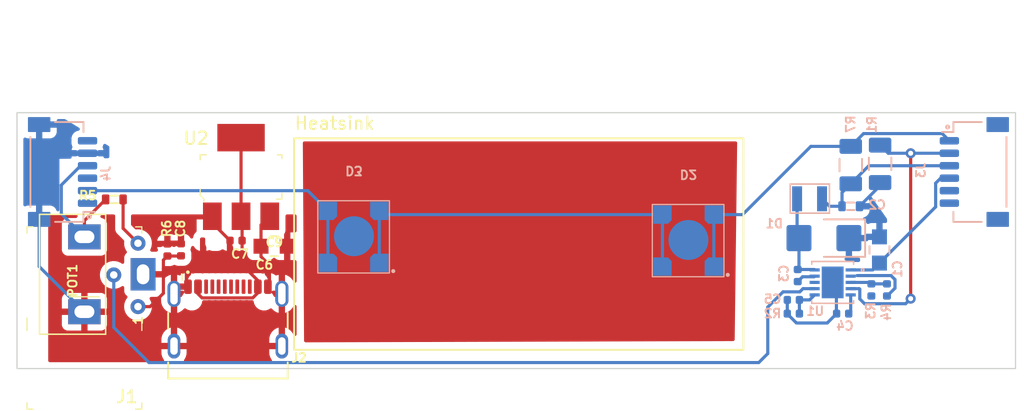
<source format=kicad_pcb>
(kicad_pcb (version 20211014) (generator pcbnew)
  (layers (0 "F.Cu" signal) (31 "B.Cu" signal) (34 "B.Paste" user) (35 "F.Paste" user) (36 "B.SilkS" user "B.Silkscreen") (37 "F.SilkS" user "F.Silkscreen") (38 "B.Mask" user) (39 "F.Mask" user) (44 "Edge.Cuts" user))
  (net 0 "")
  (net 1 "GND")
  (net 2 "+12V")
  (net 3 "Net-(C3-Pad1)")
  (net 4 "Net-(C3-Pad2)")
  (net 5 "Net-(C4-Pad2)")
  (net 6 "Net-(C5-Pad2)")
  (net 7 "Net-(C7-Pad2)")
  (net 16 "Net-(POT1-Pad3)")
  (net 17 "Net-(R3-Pad2)")
  (net 18 "Net-(C8-Pad2)")
  (net 19 "Net-(POT1-Pad2)")
  (net 20 "Net-(D2-Pad1)")
  (net 23 "A_in")
  (net 24 "C_in")
  (net 25 "C_out")
  (footprint "antmicro-footprints:GCT_USB4105-GF-A" (layer "F.Cu") (at 101.9 57.940356)
    (fp_text reference "J2" (at 5 2.609644) (layer "F.SilkS") (effects (font (size 0.7 0.7)) (justify left bottom)))
    (fp_text value "USB4105-GF-A")
    (fp_line (start -4.79 -1.395) (end -4.79 -0.145) (layer "F.SilkS") (width 0.15))
    (fp_line (start -4.79 2.575) (end -4.79 3.854) (layer "F.SilkS") (width 0.15))
    (fp_line (start 4.788 3.854) (end 4.788 2.575) (layer "F.SilkS") (width 0.15))
    (fp_line (start -3.7 -4) (end -3.7 -4.5) (layer "F.SilkS") (width 0.15))
    (fp_line (start -4.79 3.854) (end 4.788 3.854) (layer "F.SilkS") (width 0.15))
    (fp_line (start 4.788 -1.395) (end 4.788 -0.145) (layer "F.SilkS") (width 0.15))
    (fp_circle (center -3.21 -4.66) (end -3.16 -4.61) (layer "F.SilkS") (width 0.15) (fill solid))
    (pad "" np_thru_hole circle (at 2.89 -2.426) (size 0.65 0.65) (drill 0.65) (layers *.Cu *.Mask))
    (pad "" np_thru_hole circle (at -2.891 -2.426) (size 0.65 0.65) (drill 0.65) (layers *.Cu *.Mask))
    (pad "A1" smd roundrect (at -3.202 -3.5) (size 0.6 1.15) (layers "F.Cu" "F.Paste" "F.Mask") (net 1 "GND"))
    (pad "A4" smd roundrect (at -2.4 -3.5) (size 0.6 1.15) (layers "F.Cu" "F.Paste" "F.Mask") (net 7 "Net-(C7-Pad2)"))
    (pad "A5" smd roundrect (at -1.25 -3.5) (size 0.3 1.15) (layers "F.Cu" "F.Paste" "F.Mask"))
    (pad "A6" smd roundrect (at -0.25 -3.5) (size 0.3 1.15) (layers "F.Cu" "F.Paste" "F.Mask"))
    (pad "A7" smd roundrect (at 0.248 -3.5) (size 0.3 1.15) (layers "F.Cu" "F.Paste" "F.Mask"))
    (pad "A8" smd roundrect (at 1.249 -3.5) (size 0.3 1.15) (layers "F.Cu" "F.Paste" "F.Mask"))
    (pad "A9" smd roundrect (at 2.398 -3.5) (size 0.6 1.15) (layers "F.Cu" "F.Paste" "F.Mask") (net 7 "Net-(C7-Pad2)"))
    (pad "A12" smd roundrect (at 3.2 -3.5) (size 0.6 1.15) (layers "F.Cu" "F.Paste" "F.Mask") (net 1 "GND"))
    (pad "B1" smd roundrect (at 3.2 -3.5) (size 0.6 1.15) (layers "F.Cu" "F.Paste" "F.Mask") (net 1 "GND"))
    (pad "B4" smd roundrect (at 2.398 -3.5) (size 0.6 1.15) (layers "F.Cu" "F.Paste" "F.Mask") (net 7 "Net-(C7-Pad2)"))
    (pad "B5" smd roundrect (at 1.749 -3.5) (size 0.3 1.15) (layers "F.Cu" "F.Paste" "F.Mask"))
    (pad "B6" smd roundrect (at 0.748 -3.5) (size 0.3 1.15) (layers "F.Cu" "F.Paste" "F.Mask"))
    (pad "B7" smd roundrect (at -0.75 -3.5) (size 0.3 1.15) (layers "F.Cu" "F.Paste" "F.Mask"))
    (pad "B8" smd roundrect (at -1.75 -3.5) (size 0.3 1.15) (layers "F.Cu" "F.Paste" "F.Mask"))
    (pad "B9" smd roundrect (at -2.4 -3.5) (size 0.6 1.15) (layers "F.Cu" "F.Paste" "F.Mask") (net 7 "Net-(C7-Pad2)"))
    (pad "B12" smd roundrect (at -3.202 -3.5) (size 0.6 1.15) (layers "F.Cu" "F.Paste" "F.Mask") (net 1 "GND"))
    (pad "S1" thru_hole oval (at 4.32 1.255) (size 1 2) (drill oval 0.6 1.4) (layers *.Cu *.Mask) (net 1 "GND"))
    (pad "S1" thru_hole oval (at -4.321 -2.926) (size 1.05 2.1) (drill oval 0.6 1.7) (layers *.Cu *.Mask) (net 1 "GND"))
    (pad "S1" thru_hole oval (at -4.321 1.255) (size 1 2) (drill oval 0.6 1.4) (layers *.Cu *.Mask) (net 1 "GND"))
    (pad "S1" thru_hole oval (at 4.32 -2.926) (size 1.05 2.1) (drill oval 0.6 1.7) (layers *.Cu *.Mask) (net 1 "GND"))
  )
  (footprint "antmicro-footprints:0603-res" (layer "F.Cu") (at 92.8 47.45 180)
    (fp_text reference "R5" (at 1.35 -0.1) (layer "F.SilkS") (effects (font (size 0.7 0.7)) (justify right bottom)))
    (fp_text value "R_300k_0603")
    (fp_line (start -0.3 0.3) (end 0.3 0.3) (layer "F.SilkS") (width 0.15))
    (fp_line (start -0.3 -0.3) (end 0.3 -0.3) (layer "F.SilkS") (width 0.15))
    (pad "1" smd roundrect (at -0.7 0 180) (size 0.6 0.8) (layers "F.Cu" "F.Paste" "F.Mask") (roundrect_rratio 0.2) (net 16 "Net-(POT1-Pad3)"))
    (pad "2" smd roundrect (at 0.7 0 180) (size 0.6 0.8) (layers "F.Cu" "F.Paste" "F.Mask") (roundrect_rratio 0.2) (net 2 "+12V"))
  )
  (footprint "antmicro-footprints:P10XHAI203KB30" (layer "F.Cu") (at 89.453 53.4492 180)
    (fp_text reference "POT1" (at 0 -0.5 90 unlocked) (layer "F.SilkS") (effects (font (size 0.7 0.7))))
    (fp_text value "P10XXAI203KB30")
    (fp_text user "1" (at -5.25 -3.7 90 unlocked) (layer "F.SilkS") (effects (font (size 0.7 0.7))))
    (fp_rect (start -2.65 -4.8) (end 2.65 4.8) (layer "F.SilkS") (width 0.12) (fill none))
    (pad "1" thru_hole circle (at -5.24 -2.59 270) (size 1.2 1.2) (drill 0.6) (layers *.Cu *.Mask) (net 18 "Net-(C8-Pad2)"))
    (pad "2" thru_hole circle (at -3.3 -0.05 270) (size 1.2 1.2) (drill 0.6) (layers *.Cu *.Mask) (net 19 "Net-(POT1-Pad2)"))
    (pad "3" thru_hole circle (at -5.24 2.49 270) (size 1.2 1.2) (drill 0.6) (layers *.Cu *.Mask) (net 16 "Net-(POT1-Pad3)"))
  )
  (footprint "antmicro-footprints:C_0402_1005Metric" (layer "F.Cu") (at 98.139 51.483 -90)
    (fp_text reference "C8" (at -2.483 -0.361 90) (layer "F.SilkS") (effects (font (size 0.7 0.7)) (justify right bottom)))
    (fp_text value "C_100n_0402")
    (pad "1" smd roundrect (at -0.484 0 270) (size 0.59 0.64) (layers "F.Cu" "F.Paste" "F.Mask") (net 1 "GND"))
    (pad "2" smd roundrect (at 0.484 0 270) (size 0.59 0.64) (layers "F.Cu" "F.Paste" "F.Mask") (net 18 "Net-(C8-Pad2)"))
  )
  (footprint "antmicro-footprints:R_0402_1005Metric" (layer "F.Cu") (at 97.05 51.5 -90)
    (fp_text reference "R6" (at -2.5 -0.35 90) (layer "F.SilkS") (effects (font (size 0.7 0.7)) (justify right bottom)))
    (fp_text value "R_20k_0402")
    (pad "1" smd roundrect (at -0.485 0 270) (size 0.59 0.64) (layers "F.Cu" "F.Paste" "F.Mask") (net 1 "GND"))
    (pad "2" smd roundrect (at 0.485 0 270) (size 0.59 0.64) (layers "F.Cu" "F.Paste" "F.Mask") (net 18 "Net-(C8-Pad2)"))
  )
  (footprint "antmicro-footprints:0805-cap" (layer "F.Cu") (at 105.6 51.2 180)
    (fp_text reference "C6" (at 0 -1.9) (layer "F.SilkS") (effects (font (size 0.7 0.7)) (justify right bottom)))
    (fp_text value "C_10u_0805")
    (fp_line (start -0.3 -0.8) (end 0.3 -0.8) (layer "F.SilkS") (width 0.15))
    (fp_line (start -0.3 0.8) (end 0.3 0.8) (layer "F.SilkS") (width 0.15))
    (pad "1" smd rect (at -1.05 0 180) (size 1.2 1.2) (layers "F.Cu" "F.Paste" "F.Mask") (net 1 "GND"))
    (pad "2" smd rect (at 1.05 0 180) (size 1.2 1.2) (layers "F.Cu" "F.Paste" "F.Mask") (net 2 "+12V"))
  )
  (footprint "antmicro-footprints:Barrel_Jack_5.5mmODx2.1mmID_PJ-102A" (layer "F.Cu") (at 90.4 53.4492 180)
    (fp_text reference "J1" (at -3.4 -9.8) (layer "F.SilkS"))
    (fp_text value "PJ-102A")
    (fp_line (start -1.2 -1.8) (end 1.2 -1.8) (layer "F.SilkS") (width 0.1))
    (fp_line (start -4.6 -10.8) (end -4.6 -10.3) (layer "F.SilkS") (width 0.1))
    (fp_line (start -4.6 -3.5) (end -4.6 -4.5) (layer "F.SilkS") (width 0.1))
    (fp_line (start 4.6 -10.8) (end 4.1 -10.8) (layer "F.SilkS") (width 0.1))
    (fp_line (start -4.6 -10.8) (end -4.1 -10.8) (layer "F.SilkS") (width 0.1))
    (fp_line (start -4.6 3.8) (end -4.1 3.8) (layer "F.SilkS") (width 0.1))
    (fp_line (start 4.6 3.8) (end 4.6 3.3) (layer "F.SilkS") (width 0.1))
    (fp_line (start 4.6 3.8) (end 4.1 3.8) (layer "F.SilkS") (width 0.1))
    (fp_line (start 4.6 -3.5) (end 4.6 -4.5) (layer "F.SilkS") (width 0.1))
    (fp_line (start 4.6 -10.8) (end 4.6 -10.3) (layer "F.SilkS") (width 0.1))
    (fp_line (start -4.6 3.8) (end -4.6 3.3) (layer "F.SilkS") (width 0.1))
    (pad "1" thru_hole rect locked (at 0 3 180) (size 2.6 2) (drill oval 1.6 1) (layers *.Cu *.Mask) (net 2 "+12V"))
    (pad "2" thru_hole rect locked (at 0 -3 180) (size 2.6 2) (drill oval 1.6 1) (layers *.Cu *.Mask) (net 1 "GND"))
    (pad "3" thru_hole rect locked (at -4.7 0 180) (size 2 2.6) (drill oval 1 1.6) (layers *.Cu *.Mask) (net 1 "GND"))
  )
  (footprint "antmicro-footprints:C_0402_1005Metric" (layer "F.Cu") (at 105.7 52.7 180)
    (fp_text reference "C9" (at -0.7 1.4) (layer "F.SilkS") (effects (font (size 0.7 0.7)) (justify right bottom)))
    (fp_text value "C_100n_0402")
    (pad "1" smd roundrect (at -0.484 0 180) (size 0.59 0.64) (layers "F.Cu" "F.Paste" "F.Mask") (net 1 "GND"))
    (pad "2" smd roundrect (at 0.484 0 180) (size 0.59 0.64) (layers "F.Cu" "F.Paste" "F.Mask") (net 2 "+12V"))
  )
  (footprint "antmicro-footprints:C_0402_1005Metric" (layer "F.Cu") (at 102.55 50.75)
    (fp_text reference "C7" (at -0.484 1.48) (layer "F.SilkS") (effects (font (size 0.7 0.7)) (justify left bottom)))
    (fp_text value "C_22u_0402")
    (pad "1" smd roundrect (at -0.484 0) (size 0.59 0.64) (layers "F.Cu" "F.Paste" "F.Mask") (net 1 "GND"))
    (pad "2" smd roundrect (at 0.484 0) (size 0.59 0.64) (layers "F.Cu" "F.Paste" "F.Mask") (net 7 "Net-(C7-Pad2)"))
  )
  (footprint "antmicro-footprints:SOT-223" (layer "F.Cu") (at 102.95 45.65)
    (fp_text reference "U2" (at -3.6 -3.1) (layer "F.SilkS"))
    (fp_text value "AZ1117CH-5.0TRG1")
    (fp_line (start -3.275 0.975) (end -3.275 1.45) (layer "F.SilkS") (width 0.1))
    (fp_line (start 3.275 1.3) (end 3.275 1.775) (layer "F.SilkS") (width 0.1))
    (fp_line (start -3.275 1.45) (end -2.975 1.775) (layer "F.SilkS") (width 0.1))
    (fp_line (start 2.9 -1.775) (end 3.275 -1.775) (layer "F.SilkS") (width 0.1))
    (fp_line (start 3.275 1.775) (end 2.825 1.775) (layer "F.SilkS") (width 0.1))
    (fp_line (start 3.275 -1.775) (end 3.275 -1.475) (layer "F.SilkS") (width 0.1))
    (fp_line (start -2.775 -1.775) (end -3.275 -1.775) (layer "F.SilkS") (width 0.1))
    (fp_line (start -3.275 -1.775) (end -3.275 -1.375) (layer "F.SilkS") (width 0.1))
    (fp_line (start -2.975 1.775) (end -2.975 1.97) (layer "F.SilkS") (width 0.1))
    (pad "1" smd rect locked (at -2.3 3.15) (size 1.5 2.2) (layers "F.Cu" "F.Paste" "F.Mask") (net 1 "GND"))
    (pad "2" smd rect locked (at 0 3.15) (size 1.5 2.2) (layers "F.Cu" "F.Paste" "F.Mask") (net 7 "Net-(C7-Pad2)"))
    (pad "3" smd rect locked (at 2.3 3.15) (size 1.5 2.2) (layers "F.Cu" "F.Paste" "F.Mask") (net 2 "+12V"))
    (pad "4" smd rect locked (at 0 -3.15) (size 3.8 2.2) (layers "F.Cu" "F.Paste" "F.Mask") (net 7 "Net-(C7-Pad2)"))
  )
  (footprint "antmicro-footprints:JST_SM06B-SRSS-TB-LF-SN" (layer "B.Cu") (at 88.65 45.249 90)
    (fp_text reference "J4" (at -0.825 3.875 90) (layer "B.SilkS") (effects (font (size 0.7 0.7)) (justify right bottom mirror)))
    (fp_text value "SM06B-SRSS-TB-LF-SN")
    (fp_line (start 3.2 1.676) (end 3.999 1.676) (layer "B.SilkS") (width 0.15))
    (fp_line (start -3.202 1.676) (end -4 1.676) (layer "B.SilkS") (width 0.15))
    (fp_line (start -2.8 -2.575) (end 2.798 -2.575) (layer "B.SilkS") (width 0.15))
    (fp_line (start 3.999 1.676) (end 3.999 -0.598) (layer "B.SilkS") (width 0.15))
    (fp_line (start -4 1.676) (end -4 -0.598) (layer "B.SilkS") (width 0.15))
    (fp_line (start -3.202 1.676) (end -3.202 2.601) (layer "B.SilkS") (width 0.15))
    (fp_circle (center -3.6 2.1385) (end -3.55 2.1385) (layer "B.SilkS") (width 0.15) (fill none))
    (pad "1" smd roundrect (at -2.5 2 270) (size 0.6 1.55) (layers "B.Cu" "B.Paste" "B.Mask") (net 24 "C_in"))
    (pad "2" smd roundrect (at -1.5 2 270) (size 0.6 1.55) (layers "B.Cu" "B.Paste" "B.Mask") (net 25 "C_out"))
    (pad "3" smd roundrect (at -0.5 2 270) (size 0.6 1.55) (layers "B.Cu" "B.Paste" "B.Mask") (net 23 "A_in"))
    (pad "4" smd roundrect (at 0.498 2 270) (size 0.6 1.55) (layers "B.Cu" "B.Paste" "B.Mask") (net 2 "+12V"))
    (pad "5" smd roundrect (at 1.499 2 270) (size 0.6 1.55) (layers "B.Cu" "B.Paste" "B.Mask") (net 1 "GND"))
    (pad "6" smd roundrect (at 2.499 2 270) (size 0.6 1.55) (layers "B.Cu" "B.Paste" "B.Mask"))
    (pad "S1" smd roundrect (at -3.8 -1.874 90) (size 1.2 1.8) (layers "B.Cu" "B.Paste" "B.Mask") (roundrect_rratio 0.05) (net 1 "GND"))
    (pad "S2" smd roundrect (at 3.798 -1.874 90) (size 1.2 1.8) (layers "B.Cu" "B.Paste" "B.Mask") (roundrect_rratio 0.05) (net 1 "GND"))
  )
  (footprint "antmicro-footprints:0402-res" (layer "B.Cu") (at 153.45 54.7 90)
    (fp_text reference "R3" (at -2.45 0.35 90) (layer "B.SilkS") (effects (font (size 0.7 0.7)) (justify right bottom mirror)))
    (fp_text value "R_18k_0402")
    (pad "1" smd roundrect (at -0.485 0 90) (size 0.59 0.64) (layers "B.Cu" "B.Paste" "B.Mask") (net 23 "A_in"))
    (pad "2" smd roundrect (at 0.485 0 90) (size 0.59 0.64) (layers "B.Cu" "B.Paste" "B.Mask") (net 17 "Net-(R3-Pad2)"))
  )
  (footprint "antmicro-footprints:0402-cap" (layer "B.Cu") (at 151.15 56.599)
    (fp_text reference "C4" (at -0.6 1.4) (layer "B.SilkS") (effects (font (size 0.7 0.7)) (justify right bottom mirror)))
    (fp_text value "C_1n0_0402")
    (pad "1" smd roundrect (at -0.484 0) (size 0.59 0.64) (layers "B.Cu" "B.Paste" "B.Mask") (net 1 "GND"))
    (pad "2" smd roundrect (at 0.484 0) (size 0.59 0.64) (layers "B.Cu" "B.Paste" "B.Mask") (net 5 "Net-(C4-Pad2)"))
  )
  (footprint "antmicro-footprints:JST_SM06B-SRSS-TB-LF-SN" (layer "B.Cu") (at 161.7 45.251 -90)
    (fp_text reference "J3" (at -0.825 3.875 90) (layer "B.SilkS") (effects (font (size 0.7 0.7)) (justify left bottom mirror)))
    (fp_text value "SM06B-SRSS-TB-LF-SN")
    (fp_line (start -3.202 1.676) (end -4 1.676) (layer "B.SilkS") (width 0.15))
    (fp_line (start 3.2 1.676) (end 3.999 1.676) (layer "B.SilkS") (width 0.15))
    (fp_line (start 3.999 1.676) (end 3.999 -0.598) (layer "B.SilkS") (width 0.15))
    (fp_line (start -4 1.676) (end -4 -0.598) (layer "B.SilkS") (width 0.15))
    (fp_line (start -3.202 1.676) (end -3.202 2.601) (layer "B.SilkS") (width 0.15))
    (fp_line (start -2.8 -2.575) (end 2.798 -2.575) (layer "B.SilkS") (width 0.15))
    (fp_circle (center -3.6 2.1385) (end -3.55 2.1385) (layer "B.SilkS") (width 0.15) (fill none))
    (pad "1" smd roundrect (at -2.5 2 90) (size 0.6 1.55) (layers "B.Cu" "B.Paste" "B.Mask") (net 24 "C_in"))
    (pad "2" smd roundrect (at -1.5 2 90) (size 0.6 1.55) (layers "B.Cu" "B.Paste" "B.Mask") (net 25 "C_out"))
    (pad "3" smd roundrect (at -0.5 2 90) (size 0.6 1.55) (layers "B.Cu" "B.Paste" "B.Mask") (net 23 "A_in"))
    (pad "4" smd roundrect (at 0.498 2 90) (size 0.6 1.55) (layers "B.Cu" "B.Paste" "B.Mask") (net 2 "+12V"))
    (pad "5" smd roundrect (at 1.499 2 90) (size 0.6 1.55) (layers "B.Cu" "B.Paste" "B.Mask") (net 1 "GND"))
    (pad "6" smd roundrect (at 2.499 2 90) (size 0.6 1.55) (layers "B.Cu" "B.Paste" "B.Mask"))
    (pad "S1" smd roundrect (at -3.8 -1.874 270) (size 1.2 1.8) (layers "B.Cu" "B.Paste" "B.Mask") (roundrect_rratio 0.05) (net 1 "GND"))
    (pad "S2" smd roundrect (at 3.798 -1.874 270) (size 1.2 1.8) (layers "B.Cu" "B.Paste" "B.Mask") (roundrect_rratio 0.05) (net 1 "GND"))
  )
  (footprint "antmicro-footprints:LZ1-00R802_4EP_4.4x4.4" (layer "B.Cu") (at 138.7445 50.75)
    (fp_text reference "D2" (at 0.0508 -5.3072 -180 unlocked) (layer "B.SilkS") (effects (font (size 0.7 0.7)) (justify mirror)))
    (fp_text value "LZ1-00R802-0000")
    (fp_rect (start -2.8448 2.8956) (end 2.8956 -2.8956) (layer "B.SilkS") (width 0.1) (fill none))
    (fp_circle (center 3.2004 2.7432) (end 3.302 2.7432) (layer "B.SilkS") (width 0.12) (fill solid))
    (pad "1" smd roundrect (at -2.032 2.0828 180) (size 1.47 1.47) (layers "B.Cu" "B.Paste" "B.Mask") (roundrect_rratio 0) (chamfer_ratio 0.2) (chamfer bottom_left) (net 20 "Net-(D2-Pad1)"))
    (pad "2" smd roundrect (at 2.0828 2.0828 270) (size 1.47 1.47) (layers "B.Cu" "B.Paste" "B.Mask") (roundrect_rratio 0) (chamfer_ratio 0.2) (chamfer bottom_left) (net 24 "C_in"))
    (pad "3" smd roundrect (at 2.0828 -2.0828) (size 1.47 1.47) (layers "B.Cu" "B.Paste" "B.Mask") (roundrect_rratio 0) (chamfer_ratio 0.2) (chamfer bottom_left) (net 24 "C_in"))
    (pad "4" smd roundrect (at -2.032 -2.0828 90) (size 1.47 1.47) (layers "B.Cu" "B.Paste" "B.Mask") (roundrect_rratio 0) (chamfer_ratio 0.2) (chamfer bottom_left) (net 20 "Net-(D2-Pad1)"))
    (pad "5" smd circle (at 0.0508 -0.0508 90) (size 3.2 3.2) (layers "B.Cu" "B.Paste" "B.Mask"))
  )
  (footprint "antmicro-footprints:0402-cap" (layer "B.Cu") (at 147.2 55.5)
    (fp_text reference "C5" (at -2.45 0.35) (layer "B.SilkS") (effects (font (size 0.7 0.7)) (justify right bottom mirror)))
    (fp_text value "C_1n0_0402")
    (pad "1" smd roundrect (at -0.484 0) (size 0.59 0.64) (layers "B.Cu" "B.Paste" "B.Mask") (net 1 "GND"))
    (pad "2" smd roundrect (at 0.484 0) (size 0.59 0.64) (layers "B.Cu" "B.Paste" "B.Mask") (net 6 "Net-(C5-Pad2)"))
  )
  (footprint "antmicro-footprints:0805-cap" (layer "B.Cu") (at 154.1 51.499 -90)
    (fp_text reference "C1" (at 0.75 -1.85 90) (layer "B.SilkS") (effects (font (size 0.7 0.7)) (justify left bottom mirror)))
    (fp_text value "C_10u_0805")
    (fp_line (start -0.3 0.8) (end 0.3 0.8) (layer "B.SilkS") (width 0.15))
    (fp_line (start -0.3 -0.8) (end 0.3 -0.8) (layer "B.SilkS") (width 0.15))
    (pad "1" smd rect (at -1.05 0 270) (size 1.2 1.2) (layers "B.Cu" "B.Paste" "B.Mask") (net 1 "GND"))
    (pad "2" smd rect (at 1.05 0 270) (size 1.2 1.2) (layers "B.Cu" "B.Paste" "B.Mask") (net 2 "+12V"))
  )
  (footprint "antmicro-footprints:MP2483DQ-LF-P" (layer "B.Cu") (at 150.35 54.099 180)
    (fp_text reference "U1" (at 1.4 -2.3) (layer "B.SilkS") (effects (font (size 0.7 0.7)) (justify mirror)))
    (fp_text value "MP2483DQ-LF-P" hide)
    (fp_line (start -1.6764 1.6764) (end -1.6764 1.460141) (layer "B.SilkS") (width 0.12))
    (fp_line (start 1.6764 -1.6764) (end 1.6764 -1.460141) (layer "B.SilkS") (width 0.12))
    (fp_line (start -1.6764 -1.6764) (end 1.6764 -1.6764) (layer "B.SilkS") (width 0.12))
    (fp_line (start 1.6764 1.460141) (end 1.6764 1.6764) (layer "B.SilkS") (width 0.12))
    (fp_line (start -1.6764 -1.460141) (end -1.6764 -1.6764) (layer "B.SilkS") (width 0.12))
    (fp_line (start 1.6764 1.6764) (end -1.6764 1.6764) (layer "B.SilkS") (width 0.12))
    (fp_circle (center -2.400199 1) (end -2.298599 1) (layer "B.SilkS") (width 0.12) (fill none))
    (pad "1" smd rect locked (at -1.4454 1.000001 180) (size 0.807999 0.2548) (layers "B.Cu" "B.Paste" "B.Mask") (net 2 "+12V"))
    (pad "2" smd rect locked (at -1.4454 0.499999 180) (size 0.807999 0.2548) (layers "B.Cu" "B.Paste" "B.Mask") (net 1 "GND"))
    (pad "3" smd rect locked (at -1.4454 0 180) (size 0.807999 0.2548) (layers "B.Cu" "B.Paste" "B.Mask") (net 17 "Net-(R3-Pad2)"))
    (pad "4" smd rect locked (at -1.4454 -0.499999 180) (size 0.807999 0.2548) (layers "B.Cu" "B.Paste" "B.Mask") (net 25 "C_out"))
    (pad "5" smd rect locked (at -1.4454 -1.000001 180) (size 0.807999 0.2548) (layers "B.Cu" "B.Paste" "B.Mask") (net 5 "Net-(C4-Pad2)"))
    (pad "6" smd rect locked (at 1.4454 -1.000001 180) (size 0.807999 0.2548) (layers "B.Cu" "B.Paste" "B.Mask") (net 6 "Net-(C5-Pad2)"))
    (pad "7" smd rect locked (at 1.4454 -0.499999 180) (size 0.807999 0.2548) (layers "B.Cu" "B.Paste" "B.Mask") (net 19 "Net-(POT1-Pad2)"))
    (pad "8" smd rect locked (at 1.4454 0 180) (size 0.807999 0.2548) (layers "B.Cu" "B.Paste" "B.Mask") (net 1 "GND"))
    (pad "9" smd rect locked (at 1.4454 0.499999 180) (size 0.807999 0.2548) (layers "B.Cu" "B.Paste" "B.Mask") (net 4 "Net-(C3-Pad2)"))
    (pad "10" smd rect locked (at 1.4454 1.000001 180) (size 0.807999 0.2548) (layers "B.Cu" "B.Paste" "B.Mask") (net 3 "Net-(C3-Pad1)"))
    (pad "EPAD" smd rect locked (at 0 0 180) (size 1.7526 2.54) (layers "B.Cu" "B.Paste" "B.Mask") (net 1 "GND"))
  )
  (footprint "antmicro-footprints:0603-cap" (layer "B.Cu") (at 151.8 47.999 180)
    (fp_text reference "C2" (at -2.9 -0.3) (layer "B.SilkS") (effects (font (size 0.7 0.7)) (justify left bottom mirror)))
    (fp_text value "C_2u2_0603")
    (fp_line (start -0.3 0.3) (end 0.3 0.3) (layer "B.SilkS") (width 0.15))
    (fp_line (start -0.3 -0.3) (end 0.3 -0.3) (layer "B.SilkS") (width 0.15))
    (pad "1" smd roundrect (at -0.7 0 180) (size 0.6 0.8) (layers "B.Cu" "B.Paste" "B.Mask") (roundrect_rratio 0.2) (net 1 "GND"))
    (pad "2" smd roundrect (at 0.7 0 180) (size 0.6 0.8) (layers "B.Cu" "B.Paste" "B.Mask") (roundrect_rratio 0.2) (net 23 "A_in"))
  )
  (footprint "antmicro-footprints:R_0402_1005Metric" (layer "B.Cu") (at 147.2 56.6)
    (fp_text reference "R2" (at -2.45 0.4) (layer "B.SilkS") (effects (font (size 0.7 0.7)) (justify right bottom mirror)))
    (fp_text value "R_100k_0402")
    (pad "1" smd roundrect (at -0.485 0) (size 0.59 0.64) (layers "B.Cu" "B.Paste" "B.Mask") (net 1 "GND"))
    (pad "2" smd roundrect (at 0.485 0) (size 0.59 0.64) (layers "B.Cu" "B.Paste" "B.Mask") (net 6 "Net-(C5-Pad2)"))
  )
  (footprint "antmicro-footprints:LZ1-00R802_4EP_4.4x4.4" (layer "B.Cu") (at 111.9445 50.45)
    (fp_text reference "D3" (at 0.0508 -5.3072 -180 unlocked) (layer "B.SilkS") (effects (font (size 0.7 0.7)) (justify mirror)))
    (fp_text value "LZ1-00R802-0000")
    (fp_rect (start -2.8448 2.8956) (end 2.8956 -2.8956) (layer "B.SilkS") (width 0.1) (fill none))
    (fp_circle (center 3.2004 2.7432) (end 3.302 2.7432) (layer "B.SilkS") (width 0.12) (fill solid))
    (pad "1" smd roundrect (at -2.032 2.0828 180) (size 1.47 1.47) (layers "B.Cu" "B.Paste" "B.Mask") (roundrect_rratio 0) (chamfer_ratio 0.2) (chamfer bottom_left) (net 25 "C_out"))
    (pad "2" smd roundrect (at 2.0828 2.0828 270) (size 1.47 1.47) (layers "B.Cu" "B.Paste" "B.Mask") (roundrect_rratio 0) (chamfer_ratio 0.2) (chamfer bottom_left) (net 20 "Net-(D2-Pad1)"))
    (pad "3" smd roundrect (at 2.0828 -2.0828) (size 1.47 1.47) (layers "B.Cu" "B.Paste" "B.Mask") (roundrect_rratio 0) (chamfer_ratio 0.2) (chamfer bottom_left) (net 20 "Net-(D2-Pad1)"))
    (pad "4" smd roundrect (at -2.032 -2.0828 90) (size 1.47 1.47) (layers "B.Cu" "B.Paste" "B.Mask") (roundrect_rratio 0) (chamfer_ratio 0.2) (chamfer bottom_left) (net 25 "C_out"))
    (pad "5" smd circle (at 0.0508 -0.0508 90) (size 3.2 3.2) (layers "B.Cu" "B.Paste" "B.Mask"))
  )
  (footprint "antmicro-footprints:R_1206_3216Metric" (layer "B.Cu") (at 151.8 44.699 90)
    (fp_text reference "R7" (at 2.5 0.4 90) (layer "B.SilkS") (effects (font (size 0.7 0.7)) (justify right bottom mirror)))
    (fp_text value "R_0R_1206")
    (fp_line (start 0 0.902) (end 0.498 0.902) (layer "B.SilkS") (width 0.15))
    (fp_line (start 0 0.902) (end -0.5 0.902) (layer "B.SilkS") (width 0.15))
    (fp_line (start 0 -0.9) (end 0.498 -0.9) (layer "B.SilkS") (width 0.15))
    (fp_line (start 0 -0.9) (end -0.5 -0.9) (layer "B.SilkS") (width 0.15))
    (pad "1" smd roundrect (at -1.5 0 90) (size 1.2 1.8) (layers "B.Cu" "B.Paste" "B.Mask") (roundrect_rratio 0.15) (net 23 "A_in"))
    (pad "2" smd roundrect (at 1.499 0 90) (size 1.2 1.8) (layers "B.Cu" "B.Paste" "B.Mask") (roundrect_rratio 0.15) (net 24 "C_in"))
  )
  (footprint "antmicro-footprints:DO-214AC" (layer "B.Cu") (at 149.65 50.549 180)
    (fp_text reference "D1" (at 3.2 0.75 180) (layer "B.SilkS") (effects (font (size 0.7 0.7)) (justify left bottom mirror)))
    (fp_text value "B360A-M3")
    (fp_line (start -3.301 1.5) (end -3.301 -1.5) (layer "B.SilkS") (width 0.15))
    (fp_line (start 0 1.5) (end -3.301 1.5) (layer "B.SilkS") (width 0.15))
    (fp_line (start -3.301 -1.5) (end 0 -1.5) (layer "B.SilkS") (width 0.15))
    (pad "1" smd roundrect (at -2 0 180) (size 2 2.1) (layers "B.Cu" "B.Paste" "B.Mask") (roundrect_rratio 0.1) (net 1 "GND"))
    (pad "2" smd roundrect (at 1.999 0 180) (size 2 2.1) (layers "B.Cu" "B.Paste" "B.Mask") (roundrect_rratio 0.1) (net 3 "Net-(C3-Pad1)"))
  )
  (footprint "antmicro-footprints:1206-res" (layer "B.Cu") (at 154.15 44.599 90)
    (fp_text reference "R1" (at 2.35 -0.25 90) (layer "B.SilkS") (effects (font (size 0.7 0.7)) (justify right bottom mirror)))
    (fp_text value "R_0R2_1206")
    (fp_line (start 0 0.902) (end 0.498 0.902) (layer "B.SilkS") (width 0.15))
    (fp_line (start 0 0.902) (end -0.5 0.902) (layer "B.SilkS") (width 0.15))
    (fp_line (start 0 -0.9) (end -0.5 -0.9) (layer "B.SilkS") (width 0.15))
    (fp_line (start 0 -0.9) (end 0.498 -0.9) (layer "B.SilkS") (width 0.15))
    (pad "1" smd roundrect (at -1.5 0 90) (size 1.2 1.8) (layers "B.Cu" "B.Paste" "B.Mask") (roundrect_rratio 0.15) (net 1 "GND"))
    (pad "2" smd roundrect (at 1.499 0 90) (size 1.2 1.8) (layers "B.Cu" "B.Paste" "B.Mask") (roundrect_rratio 0.15) (net 25 "C_out"))
  )
  (footprint "antmicro-footprints:C_0402_1005Metric" (layer "B.Cu") (at 147.55 53.549 -90)
    (fp_text reference "C3" (at -0.95 0.7 90) (layer "B.SilkS") (effects (font (size 0.7 0.7)) (justify left bottom mirror)))
    (fp_text value "C_100n_0402")
    (pad "1" smd roundrect (at -0.484 0 270) (size 0.59 0.64) (layers "B.Cu" "B.Paste" "B.Mask") (net 3 "Net-(C3-Pad1)"))
    (pad "2" smd roundrect (at 0.484 0 270) (size 0.59 0.64) (layers "B.Cu" "B.Paste" "B.Mask") (net 4 "Net-(C3-Pad2)"))
  )
  (footprint "antmicro-footprints:R_0402_1005Metric" (layer "B.Cu") (at 154.7 54.7 -90)
    (fp_text reference "R4" (at 1 -0.35 90) (layer "B.SilkS") (effects (font (size 0.7 0.7)) (justify left bottom mirror)))
    (fp_text value "R_2k_0402")
    (pad "1" smd roundrect (at -0.485 0 270) (size 0.59 0.64) (layers "B.Cu" "B.Paste" "B.Mask") (net 17 "Net-(R3-Pad2)"))
    (pad "2" smd roundrect (at 0.485 0 270) (size 0.59 0.64) (layers "B.Cu" "B.Paste" "B.Mask") (net 1 "GND"))
  )
  (footprint "antmicro-footprints:SRP2512A-1R0M" (layer "B.Cu") (at 148.75 47.399)
    (fp_text reference "L1" hide)
    (fp_text value "SRP2512A-4R7M" hide)
    (fp_line (start 1.34 -1.18) (end -1.8 -1.18) (layer "B.SilkS") (width 0.125))
    (fp_line (start 1.34 1.15) (end 1.34 -1.18) (layer "B.SilkS") (width 0.125))
    (fp_line (start -1.8 1.15) (end 1.34 1.15) (layer "B.SilkS") (width 0.125))
    (fp_line (start -1.8 -1.18) (end -1.8 1.15) (layer "B.SilkS") (width 0.125))
    (pad "1" smd rect locked (at -1.25 0 270) (size 2 0.8) (layers "B.Cu" "B.Paste" "B.Mask") (net 3 "Net-(C3-Pad1)"))
    (pad "2" smd rect locked (at 0.75 0 270) (size 2 0.8) (layers "B.Cu" "B.Paste" "B.Mask") (net 23 "A_in"))
  )
  (gr_rect (start 143.2 59.5) (end 107.2 42.55) (layer "F.SilkS") (width 0.15) (fill none))
  (gr_rect (start 85 40.5) (end 165 61) (layer "Edge.Cuts") (width 0.1) (fill none))
  (gr_text "Heatsink\n" (at 110.45 41.35) (layer "F.SilkS") (effects (font (size 1 1))))
  (segment (start 100.65 48.8) (end 100.65 49.334) (width 0.25) (layer "F.Cu") (net 1))
  (segment (start 100.65 49.334) (end 102.066 50.75) (width 0.25) (layer "F.Cu") (net 1))
  (segment (start 98.123 51.015) (end 98.139 50.999) (width 0.25) (layer "F.Cu") (net 1))
  (segment (start 147.446784 57.35) (end 149.915 57.35) (width 0.25) (layer "B.Cu") (net 1))
  (segment (start 146.715 56.6) (end 146.715 56.618216) (width 0.25) (layer "B.Cu") (net 1))
  (segment (start 146.715 56.6) (end 146.715 55.501) (width 0.25) (layer "B.Cu") (net 1))
  (segment (start 154.15 46.349) (end 154.15 46.099) (width 0.25) (layer "B.Cu") (net 1))
  (segment (start 150.65 56.583) (end 150.65 54.399) (width 0.25) (layer "B.Cu") (net 1))
  (segment (start 155.345 54.558216) (end 155.345 53.871784) (width 0.25) (layer "B.Cu") (net 1))
  (segment (start 86.776 49.049) (end 86.776 52.8252) (width 0.25) (layer "B.Cu") (net 1))
  (segment (start 152.5 47.999) (end 154.15 46.349) (width 0.25) (layer "B.Cu") (net 1))
  (segment (start 154.7 55.185) (end 154.718216 55.185) (width 0.25) (layer "B.Cu") (net 1))
  (segment (start 155.345 53.871784) (end 155.023216 53.55) (width 0.25) (layer "B.Cu") (net 1))
  (segment (start 86.776 52.8252) (end 90.4 56.4492) (width 0.25) (layer "B.Cu") (net 1))
  (segment (start 155.023216 53.55) (end 152.3 53.55) (width 0.25) (layer "B.Cu") (net 1))
  (segment (start 150.65 54.399) (end 150.35 54.099) (width 0.25) (layer "B.Cu") (net 1))
  (segment (start 154.718216 55.185) (end 155.345 54.558216) (width 0.25) (layer "B.Cu") (net 1))
  (segment (start 150.666 56.599) (end 150.65 56.583) (width 0.25) (layer "B.Cu") (net 1))
  (segment (start 149.915 57.35) (end 150.666 56.599) (width 0.25) (layer "B.Cu") (net 1))
  (segment (start 146.715 56.618216) (end 147.446784 57.35) (width 0.25) (layer "B.Cu") (net 1))
  (segment (start 146.715 55.501) (end 146.716 55.5) (width 0.25) (layer "B.Cu") (net 1))
  (segment (start 90.4 49.15) (end 90.4 50.4492) (width 0.25) (layer "F.Cu") (net 2))
  (segment (start 104.55 51.2) (end 104.55 52.034) (width 0.25) (layer "F.Cu") (net 2))
  (segment (start 104.55 51.2) (end 104.55 49.5) (width 0.25) (layer "F.Cu") (net 2))
  (segment (start 104.55 52.034) (end 105.216 52.7) (width 0.25) (layer "F.Cu") (net 2))
  (segment (start 104.55 49.5) (end 105.25 48.8) (width 0.25) (layer "F.Cu") (net 2))
  (segment (start 104.55 51.2) (end 104.15 51.6) (width 0.25) (layer "F.Cu") (net 2))
  (segment (start 92.1 47.45) (end 90.4 49.15) (width 0.25) (layer "F.Cu") (net 2))
  (segment (start 90.099 44.751) (end 88.55 46.3) (width 0.25) (layer "B.Cu") (net 2))
  (segment (start 158.6 48.049) (end 158.6 46.15) (width 0.25) (layer "B.Cu") (net 2))
  (segment (start 88.55 48.5992) (end 90.4 50.4492) (width 0.25) (layer "B.Cu") (net 2))
  (segment (start 158.6 46.15) (end 159.001 45.749) (width 0.25) (layer "B.Cu") (net 2))
  (segment (start 88.55 46.3) (end 88.55 48.5992) (width 0.25) (layer "B.Cu") (net 2))
  (segment (start 159.001 45.749) (end 159.7 45.749) (width 0.25) (layer "B.Cu") (net 2))
  (segment (start 153.550001 53.098999) (end 154.1 52.549) (width 0.25) (layer "B.Cu") (net 2))
  (segment (start 90.65 44.751) (end 90.099 44.751) (width 0.25) (layer "B.Cu") (net 2))
  (segment (start 151.7954 53.098999) (end 153.550001 53.098999) (width 0.25) (layer "B.Cu") (net 2))
  (segment (start 154.1 52.549) (end 158.6 48.049) (width 0.25) (layer "B.Cu") (net 2))
  (segment (start 147.5 47.399) (end 147.5 50.398) (width 0.25) (layer "B.Cu") (net 3))
  (segment (start 148.870601 53.065) (end 148.9046 53.098999) (width 0.25) (layer "B.Cu") (net 3))
  (segment (start 147.651 52.964) (end 147.55 53.065) (width 0.25) (layer "B.Cu") (net 3))
  (segment (start 147.55 53.065) (end 148.870601 53.065) (width 0.25) (layer "B.Cu") (net 3))
  (segment (start 147.5 50.398) (end 147.651 50.549) (width 0.25) (layer "B.Cu") (net 3))
  (segment (start 147.651 50.549) (end 147.651 52.964) (width 0.25) (layer "B.Cu") (net 3))
  (segment (start 148.857001 53.6466) (end 148.9046 53.599001) (width 0.25) (layer "B.Cu") (net 4))
  (segment (start 147.55 54.033) (end 147.9364 53.6466) (width 0.25) (layer "B.Cu") (net 4))
  (segment (start 147.9364 53.6466) (end 148.857001 53.6466) (width 0.25) (layer "B.Cu") (net 4))
  (segment (start 151.7954 56.4376) (end 151.634 56.599) (width 0.25) (layer "B.Cu") (net 5))
  (segment (start 151.7954 55.099001) (end 151.7954 56.4376) (width 0.25) (layer "B.Cu") (net 5))
  (segment (start 148.503601 55.5) (end 148.9046 55.099001) (width 0.25) (layer "B.Cu") (net 6))
  (segment (start 147.684 55.5) (end 148.503601 55.5) (width 0.25) (layer "B.Cu") (net 6))
  (segment (start 147.685 56.6) (end 147.685 55.501) (width 0.25) (layer "B.Cu") (net 6))
  (segment (start 147.685 55.501) (end 147.684 55.5) (width 0.25) (layer "B.Cu") (net 6))
  (segment (start 103.034 52.684671) (end 104.298 53.948671) (width 0.25) (layer "F.Cu") (net 7))
  (segment (start 99.5 54.440356) (end 99.5 55.015356) (width 0.25) (layer "F.Cu") (net 7))
  (segment (start 103.034 50.75) (end 103.034 52.684671) (width 0.25) (layer "F.Cu") (net 7))
  (segment (start 104.298 54.932041) (end 104.298 54.440356) (width 0.25) (layer "F.Cu") (net 7))
  (segment (start 99.5 55.015356) (end 99.825 55.340356) (width 0.25) (layer "F.Cu") (net 7))
  (segment (start 104.298 53.948671) (end 104.298 54.440356) (width 0.25) (layer "F.Cu") (net 7))
  (segment (start 103.034 50.75) (end 103.034 48.884) (width 0.25) (layer "F.Cu") (net 7))
  (segment (start 99.825 55.340356) (end 103.889685 55.340356) (width 0.25) (layer "F.Cu") (net 7))
  (segment (start 103.034 48.884) (end 102.95 48.8) (width 0.25) (layer "F.Cu") (net 7))
  (segment (start 103.889685 55.340356) (end 104.298 54.932041) (width 0.25) (layer "F.Cu") (net 7))
  (segment (start 102.95 42.5) (end 102.95 48.8) (width 0.25) (layer "F.Cu") (net 7))
  (segment (start 93.5 47.45) (end 93.5 49.7662) (width 0.25) (layer "F.Cu") (net 16))
  (segment (start 93.5 49.7662) (end 94.693 50.9592) (width 0.25) (layer "F.Cu") (net 16))
  (segment (start 153.334 54.099) (end 153.45 54.215) (width 0.25) (layer "B.Cu") (net 17))
  (segment (start 153.365 54.3) (end 153.45 54.215) (width 0.25) (layer "B.Cu") (net 17))
  (segment (start 153.45 54.215) (end 154.7 54.215) (width 0.25) (layer "B.Cu") (net 17))
  (segment (start 151.7954 54.099) (end 153.334 54.099) (width 0.25) (layer "B.Cu") (net 17))
  (segment (start 96.729 52.306) (end 97.05 51.985) (width 0.25) (layer "F.Cu") (net 18))
  (segment (start 94.693 56.0392) (end 95.6608 56.0392) (width 0.25) (layer "F.Cu") (net 18))
  (segment (start 97.05 51.985) (end 98.121 51.985) (width 0.25) (layer "F.Cu") (net 18))
  (segment (start 98.121 51.985) (end 98.139 51.967) (width 0.25) (layer "F.Cu") (net 18))
  (segment (start 95.6608 56.0392) (end 96.729 54.971) (width 0.25) (layer "F.Cu") (net 18))
  (segment (start 96.729 54.971) (end 96.729 52.306) (width 0.25) (layer "F.Cu") (net 18))
  (segment (start 92.753 57.703) (end 92.753 53.4992) (width 0.25) (layer "B.Cu") (net 19))
  (segment (start 144.429644 60.520356) (end 95.570356 60.520356) (width 0.25) (layer "B.Cu") (net 19))
  (segment (start 145.15 59.8) (end 144.429644 60.520356) (width 0.25) (layer "B.Cu") (net 19))
  (segment (start 95.570356 60.520356) (end 92.753 57.703) (width 0.25) (layer "B.Cu") (net 19))
  (segment (start 145.15 56.077784) (end 145.15 59.8) (width 0.25) (layer "B.Cu") (net 19))
  (segment (start 146.372784 54.855) (end 145.15 56.077784) (width 0.25) (layer "B.Cu") (net 19))
  (segment (start 147.716216 54.855) (end 146.372784 54.855) (width 0.25) (layer "B.Cu") (net 19))
  (segment (start 147.972217 54.598999) (end 147.716216 54.855) (width 0.25) (layer "B.Cu") (net 19))
  (segment (start 148.9046 54.598999) (end 147.972217 54.598999) (width 0.25) (layer "B.Cu") (net 19))
  (segment (start 114.3273 48.6672) (end 114.0273 48.3672) (width 0.25) (layer "B.Cu") (net 20))
  (segment (start 136.7125 48.6672) (end 136.7125 52.8328) (width 0.25) (layer "B.Cu") (net 20))
  (segment (start 136.7125 48.6672) (end 114.3273 48.6672) (width 0.25) (layer "B.Cu") (net 20))
  (segment (start 114.0273 48.3672) (end 114.0273 52.5328) (width 0.25) (layer "B.Cu") (net 20))
  (segment (start 151.1 47.999) (end 150.1 47.999) (width 0.25) (layer "B.Cu") (net 23))
  (segment (start 153.248 44.751) (end 159.7 44.751) (width 0.25) (layer "B.Cu") (net 23))
  (segment (start 151.1 46.899) (end 151.8 46.199) (width 0.25) (layer "B.Cu") (net 23))
  (segment (start 151.1 47.999) (end 151.1 46.899) (width 0.25) (layer "B.Cu") (net 23))
  (segment (start 151.8 46.199) (end 153.248 44.751) (width 0.25) (layer "B.Cu") (net 23))
  (segment (start 150.1 47.999) (end 149.5 47.399) (width 0.25) (layer "B.Cu") (net 23))
  (segment (start 152.825 42.175) (end 159.124 42.175) (width 0.25) (layer "B.Cu") (net 24))
  (segment (start 140.8273 48.6672) (end 140.8273 52.8328) (width 0.25) (layer "B.Cu") (net 24))
  (segment (start 140.8273 48.6672) (end 143.1328 48.6672) (width 0.25) (layer "B.Cu") (net 24))
  (segment (start 159.124 42.175) (end 159.7 42.751) (width 0.25) (layer "B.Cu") (net 24))
  (segment (start 148.6 43.2) (end 151.8 43.2) (width 0.25) (layer "B.Cu") (net 24))
  (segment (start 151.8 43.2) (end 152.825 42.175) (width 0.25) (layer "B.Cu") (net 24))
  (segment (start 143.1328 48.6672) (end 148.6 43.2) (width 0.25) (layer "B.Cu") (net 24))
  (segment (start 156.599 55.449) (end 156.6 55.45) (width 0.25) (layer "F.Cu") (net 25))
  (segment (start 156.599 55.401) (end 156.599 55.449) (width 0.25) (layer "F.Cu") (net 25))
  (segment (start 156.599 43.751) (end 156.599 55.401) (width 0.25) (layer "F.Cu") (net 25))
  (via (at 156.599 43.751) (size 0.8) (drill 0.4) (layers "F.Cu" "B.Cu") (net 25))
  (via (at 156.599 55.401) (size 0.8) (drill 0.4) (layers "F.Cu" "B.Cu") (net 25))
  (segment (start 152.476797 54.598999) (end 151.7954 54.598999) (width 0.25) (layer "B.Cu") (net 25))
  (segment (start 154.15 43.1) (end 154.801 43.751) (width 0.25) (layer "B.Cu") (net 25))
  (segment (start 156.599 43.751) (end 159.7 43.751) (width 0.25) (layer "B.Cu") (net 25))
  (segment (start 90.65 46.749) (end 108.2943 46.749) (width 0.25) (layer "B.Cu") (net 25))
  (segment (start 154.801 43.751) (end 156.599 43.751) (width 0.25) (layer "B.Cu") (net 25))
  (segment (start 108.2943 46.749) (end 109.9125 48.3672) (width 0.25) (layer "B.Cu") (net 25))
  (segment (start 109.9125 48.3672) (end 109.9125 52.5328) (width 0.25) (layer "B.Cu") (net 25))
  (segment (start 152.905 55.805) (end 152.524399 55.424399) (width 0.25) (layer "B.Cu") (net 25))
  (segment (start 156.599 55.401) (end 156.195 55.805) (width 0.25) (layer "B.Cu") (net 25))
  (segment (start 152.524399 54.646601) (end 152.476797 54.598999) (width 0.25) (layer "B.Cu") (net 25))
  (segment (start 156.195 55.805) (end 152.905 55.805) (width 0.25) (layer "B.Cu") (net 25))
  (segment (start 152.524399 55.424399) (end 152.524399 54.646601) (width 0.25) (layer "B.Cu") (net 25))
  (zone (net 0) (net_name "") (layer "F.Cu") (connect_pads (clearance 0.508)) (min_thickness 0.254) (fill yes (thermal_gap 0.508) (thermal_bridge_width 0.508))
    (polygon (pts (xy 142.5 58.8) (xy 108 58.9) (xy 107.9 42.8) (xy 142.7 42.8)))
  )
  (zone (net 1) (net_name "GND") (layer "F.Cu") (connect_pads (clearance 0.508)) (min_thickness 0.254) (fill yes (thermal_gap 0.508) (thermal_bridge_width 0.508))
    (polygon (pts (xy 107.4 60.75) (xy 87.5 60.75) (xy 87.5 48.65) (xy 107.4 48.65)))
  )
  (zone (net 1) (net_name "GND") (layer "B.Cu") (connect_pads (clearance 0.508)) (min_thickness 0.254) (fill yes (thermal_gap 0.508) (thermal_bridge_width 0.508))
    (polygon (pts (xy 92.4 43.2) (xy 92.4 44.15) (xy 88.4 44.2) (xy 88.4 49.9) (xy 85.45 49.95) (xy 85.5 40.65) (xy 88.25 40.65)))
  )
  (zone (net 1) (net_name "GND") (layer "B.Cu") (connect_pads (clearance 0.508)) (min_thickness 0.254) (fill yes (thermal_gap 0.508) (thermal_bridge_width 0.508))
    (polygon (pts (xy 153.4 47.15) (xy 154.7 49) (xy 154.85 51.25) (xy 152.55 51.7) (xy 152.55 53.85) (xy 150.35 53.8) (xy 150.35 48.9) (xy 151.75 48.9) (xy 151.75 47.15) (xy 153.35 47.15)))
  )
)
</source>
